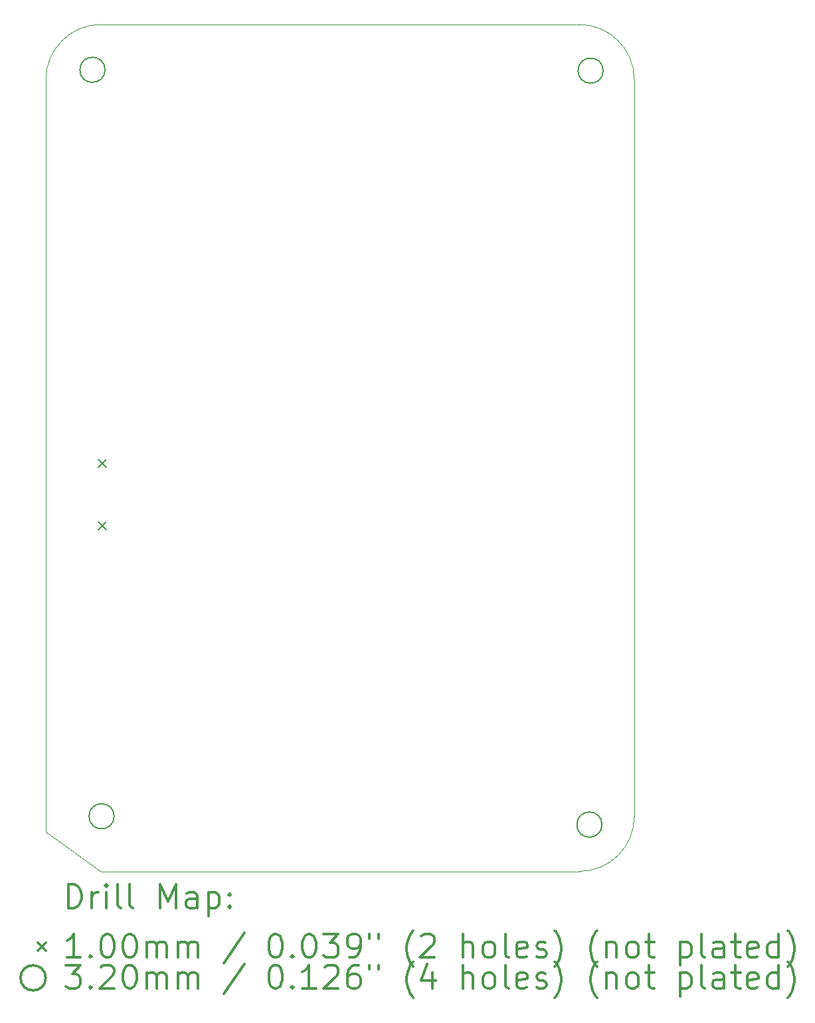
<source format=gbr>
%FSLAX45Y45*%
G04 Gerber Fmt 4.5, Leading zero omitted, Abs format (unit mm)*
G04 Created by KiCad (PCBNEW 5.1.6-c6e7f7d~86~ubuntu18.04.1) date 2020-08-09 14:30:50*
%MOMM*%
%LPD*%
G01*
G04 APERTURE LIST*
%TA.AperFunction,Profile*%
%ADD10C,0.050000*%
%TD*%
%ADD11C,0.200000*%
%ADD12C,0.300000*%
G04 APERTURE END LIST*
D10*
X1200000Y-2500000D02*
X1200000Y-2600000D01*
X8700000Y-2500000D02*
X8700000Y-11900000D01*
X1900000Y-1800000D02*
X8000000Y-1800000D01*
X8000000Y-1800000D02*
G75*
G02*
X8700000Y-2500000I0J-700000D01*
G01*
X1200000Y-2500000D02*
G75*
G02*
X1900000Y-1800000I700000J0D01*
G01*
X8700000Y-11900000D02*
G75*
G02*
X8000000Y-12600000I-700000J0D01*
G01*
X1900000Y-12600000D02*
X8000000Y-12600000D01*
X1200000Y-12100000D02*
X1900000Y-12600000D01*
X1200000Y-2600000D02*
X1200000Y-12100000D01*
D11*
X1866946Y-7345075D02*
X1966768Y-7444897D01*
X1966768Y-7345075D02*
X1866946Y-7444897D01*
X1866946Y-8144667D02*
X1966768Y-8244489D01*
X1966768Y-8144667D02*
X1866946Y-8244489D01*
X2070080Y-11897360D02*
G75*
G03*
X2070080Y-11897360I-160000J0D01*
G01*
X1953240Y-2377440D02*
G75*
G03*
X1953240Y-2377440I-160000J0D01*
G01*
X8303240Y-2387600D02*
G75*
G03*
X8303240Y-2387600I-160000J0D01*
G01*
X8288000Y-12004040D02*
G75*
G03*
X8288000Y-12004040I-160000J0D01*
G01*
D12*
X1483928Y-13068214D02*
X1483928Y-12768214D01*
X1555357Y-12768214D01*
X1598214Y-12782500D01*
X1626786Y-12811071D01*
X1641071Y-12839643D01*
X1655357Y-12896786D01*
X1655357Y-12939643D01*
X1641071Y-12996786D01*
X1626786Y-13025357D01*
X1598214Y-13053929D01*
X1555357Y-13068214D01*
X1483928Y-13068214D01*
X1783928Y-13068214D02*
X1783928Y-12868214D01*
X1783928Y-12925357D02*
X1798214Y-12896786D01*
X1812500Y-12882500D01*
X1841071Y-12868214D01*
X1869643Y-12868214D01*
X1969643Y-13068214D02*
X1969643Y-12868214D01*
X1969643Y-12768214D02*
X1955357Y-12782500D01*
X1969643Y-12796786D01*
X1983928Y-12782500D01*
X1969643Y-12768214D01*
X1969643Y-12796786D01*
X2155357Y-13068214D02*
X2126786Y-13053929D01*
X2112500Y-13025357D01*
X2112500Y-12768214D01*
X2312500Y-13068214D02*
X2283928Y-13053929D01*
X2269643Y-13025357D01*
X2269643Y-12768214D01*
X2655357Y-13068214D02*
X2655357Y-12768214D01*
X2755357Y-12982500D01*
X2855357Y-12768214D01*
X2855357Y-13068214D01*
X3126786Y-13068214D02*
X3126786Y-12911071D01*
X3112500Y-12882500D01*
X3083928Y-12868214D01*
X3026786Y-12868214D01*
X2998214Y-12882500D01*
X3126786Y-13053929D02*
X3098214Y-13068214D01*
X3026786Y-13068214D01*
X2998214Y-13053929D01*
X2983928Y-13025357D01*
X2983928Y-12996786D01*
X2998214Y-12968214D01*
X3026786Y-12953929D01*
X3098214Y-12953929D01*
X3126786Y-12939643D01*
X3269643Y-12868214D02*
X3269643Y-13168214D01*
X3269643Y-12882500D02*
X3298214Y-12868214D01*
X3355357Y-12868214D01*
X3383928Y-12882500D01*
X3398214Y-12896786D01*
X3412500Y-12925357D01*
X3412500Y-13011071D01*
X3398214Y-13039643D01*
X3383928Y-13053929D01*
X3355357Y-13068214D01*
X3298214Y-13068214D01*
X3269643Y-13053929D01*
X3541071Y-13039643D02*
X3555357Y-13053929D01*
X3541071Y-13068214D01*
X3526786Y-13053929D01*
X3541071Y-13039643D01*
X3541071Y-13068214D01*
X3541071Y-12882500D02*
X3555357Y-12896786D01*
X3541071Y-12911071D01*
X3526786Y-12896786D01*
X3541071Y-12882500D01*
X3541071Y-12911071D01*
X1097678Y-13512589D02*
X1197500Y-13612411D01*
X1197500Y-13512589D02*
X1097678Y-13612411D01*
X1641071Y-13698214D02*
X1469643Y-13698214D01*
X1555357Y-13698214D02*
X1555357Y-13398214D01*
X1526786Y-13441071D01*
X1498214Y-13469643D01*
X1469643Y-13483929D01*
X1769643Y-13669643D02*
X1783928Y-13683929D01*
X1769643Y-13698214D01*
X1755357Y-13683929D01*
X1769643Y-13669643D01*
X1769643Y-13698214D01*
X1969643Y-13398214D02*
X1998214Y-13398214D01*
X2026786Y-13412500D01*
X2041071Y-13426786D01*
X2055357Y-13455357D01*
X2069643Y-13512500D01*
X2069643Y-13583929D01*
X2055357Y-13641071D01*
X2041071Y-13669643D01*
X2026786Y-13683929D01*
X1998214Y-13698214D01*
X1969643Y-13698214D01*
X1941071Y-13683929D01*
X1926786Y-13669643D01*
X1912500Y-13641071D01*
X1898214Y-13583929D01*
X1898214Y-13512500D01*
X1912500Y-13455357D01*
X1926786Y-13426786D01*
X1941071Y-13412500D01*
X1969643Y-13398214D01*
X2255357Y-13398214D02*
X2283928Y-13398214D01*
X2312500Y-13412500D01*
X2326786Y-13426786D01*
X2341071Y-13455357D01*
X2355357Y-13512500D01*
X2355357Y-13583929D01*
X2341071Y-13641071D01*
X2326786Y-13669643D01*
X2312500Y-13683929D01*
X2283928Y-13698214D01*
X2255357Y-13698214D01*
X2226786Y-13683929D01*
X2212500Y-13669643D01*
X2198214Y-13641071D01*
X2183928Y-13583929D01*
X2183928Y-13512500D01*
X2198214Y-13455357D01*
X2212500Y-13426786D01*
X2226786Y-13412500D01*
X2255357Y-13398214D01*
X2483928Y-13698214D02*
X2483928Y-13498214D01*
X2483928Y-13526786D02*
X2498214Y-13512500D01*
X2526786Y-13498214D01*
X2569643Y-13498214D01*
X2598214Y-13512500D01*
X2612500Y-13541071D01*
X2612500Y-13698214D01*
X2612500Y-13541071D02*
X2626786Y-13512500D01*
X2655357Y-13498214D01*
X2698214Y-13498214D01*
X2726786Y-13512500D01*
X2741071Y-13541071D01*
X2741071Y-13698214D01*
X2883928Y-13698214D02*
X2883928Y-13498214D01*
X2883928Y-13526786D02*
X2898214Y-13512500D01*
X2926786Y-13498214D01*
X2969643Y-13498214D01*
X2998214Y-13512500D01*
X3012500Y-13541071D01*
X3012500Y-13698214D01*
X3012500Y-13541071D02*
X3026786Y-13512500D01*
X3055357Y-13498214D01*
X3098214Y-13498214D01*
X3126786Y-13512500D01*
X3141071Y-13541071D01*
X3141071Y-13698214D01*
X3726786Y-13383929D02*
X3469643Y-13769643D01*
X4112500Y-13398214D02*
X4141071Y-13398214D01*
X4169643Y-13412500D01*
X4183928Y-13426786D01*
X4198214Y-13455357D01*
X4212500Y-13512500D01*
X4212500Y-13583929D01*
X4198214Y-13641071D01*
X4183928Y-13669643D01*
X4169643Y-13683929D01*
X4141071Y-13698214D01*
X4112500Y-13698214D01*
X4083928Y-13683929D01*
X4069643Y-13669643D01*
X4055357Y-13641071D01*
X4041071Y-13583929D01*
X4041071Y-13512500D01*
X4055357Y-13455357D01*
X4069643Y-13426786D01*
X4083928Y-13412500D01*
X4112500Y-13398214D01*
X4341071Y-13669643D02*
X4355357Y-13683929D01*
X4341071Y-13698214D01*
X4326786Y-13683929D01*
X4341071Y-13669643D01*
X4341071Y-13698214D01*
X4541071Y-13398214D02*
X4569643Y-13398214D01*
X4598214Y-13412500D01*
X4612500Y-13426786D01*
X4626786Y-13455357D01*
X4641071Y-13512500D01*
X4641071Y-13583929D01*
X4626786Y-13641071D01*
X4612500Y-13669643D01*
X4598214Y-13683929D01*
X4569643Y-13698214D01*
X4541071Y-13698214D01*
X4512500Y-13683929D01*
X4498214Y-13669643D01*
X4483928Y-13641071D01*
X4469643Y-13583929D01*
X4469643Y-13512500D01*
X4483928Y-13455357D01*
X4498214Y-13426786D01*
X4512500Y-13412500D01*
X4541071Y-13398214D01*
X4741071Y-13398214D02*
X4926786Y-13398214D01*
X4826786Y-13512500D01*
X4869643Y-13512500D01*
X4898214Y-13526786D01*
X4912500Y-13541071D01*
X4926786Y-13569643D01*
X4926786Y-13641071D01*
X4912500Y-13669643D01*
X4898214Y-13683929D01*
X4869643Y-13698214D01*
X4783928Y-13698214D01*
X4755357Y-13683929D01*
X4741071Y-13669643D01*
X5069643Y-13698214D02*
X5126786Y-13698214D01*
X5155357Y-13683929D01*
X5169643Y-13669643D01*
X5198214Y-13626786D01*
X5212500Y-13569643D01*
X5212500Y-13455357D01*
X5198214Y-13426786D01*
X5183928Y-13412500D01*
X5155357Y-13398214D01*
X5098214Y-13398214D01*
X5069643Y-13412500D01*
X5055357Y-13426786D01*
X5041071Y-13455357D01*
X5041071Y-13526786D01*
X5055357Y-13555357D01*
X5069643Y-13569643D01*
X5098214Y-13583929D01*
X5155357Y-13583929D01*
X5183928Y-13569643D01*
X5198214Y-13555357D01*
X5212500Y-13526786D01*
X5326786Y-13398214D02*
X5326786Y-13455357D01*
X5441071Y-13398214D02*
X5441071Y-13455357D01*
X5883928Y-13812500D02*
X5869643Y-13798214D01*
X5841071Y-13755357D01*
X5826786Y-13726786D01*
X5812500Y-13683929D01*
X5798214Y-13612500D01*
X5798214Y-13555357D01*
X5812500Y-13483929D01*
X5826786Y-13441071D01*
X5841071Y-13412500D01*
X5869643Y-13369643D01*
X5883928Y-13355357D01*
X5983928Y-13426786D02*
X5998214Y-13412500D01*
X6026786Y-13398214D01*
X6098214Y-13398214D01*
X6126786Y-13412500D01*
X6141071Y-13426786D01*
X6155357Y-13455357D01*
X6155357Y-13483929D01*
X6141071Y-13526786D01*
X5969643Y-13698214D01*
X6155357Y-13698214D01*
X6512500Y-13698214D02*
X6512500Y-13398214D01*
X6641071Y-13698214D02*
X6641071Y-13541071D01*
X6626786Y-13512500D01*
X6598214Y-13498214D01*
X6555357Y-13498214D01*
X6526786Y-13512500D01*
X6512500Y-13526786D01*
X6826786Y-13698214D02*
X6798214Y-13683929D01*
X6783928Y-13669643D01*
X6769643Y-13641071D01*
X6769643Y-13555357D01*
X6783928Y-13526786D01*
X6798214Y-13512500D01*
X6826786Y-13498214D01*
X6869643Y-13498214D01*
X6898214Y-13512500D01*
X6912500Y-13526786D01*
X6926786Y-13555357D01*
X6926786Y-13641071D01*
X6912500Y-13669643D01*
X6898214Y-13683929D01*
X6869643Y-13698214D01*
X6826786Y-13698214D01*
X7098214Y-13698214D02*
X7069643Y-13683929D01*
X7055357Y-13655357D01*
X7055357Y-13398214D01*
X7326786Y-13683929D02*
X7298214Y-13698214D01*
X7241071Y-13698214D01*
X7212500Y-13683929D01*
X7198214Y-13655357D01*
X7198214Y-13541071D01*
X7212500Y-13512500D01*
X7241071Y-13498214D01*
X7298214Y-13498214D01*
X7326786Y-13512500D01*
X7341071Y-13541071D01*
X7341071Y-13569643D01*
X7198214Y-13598214D01*
X7455357Y-13683929D02*
X7483928Y-13698214D01*
X7541071Y-13698214D01*
X7569643Y-13683929D01*
X7583928Y-13655357D01*
X7583928Y-13641071D01*
X7569643Y-13612500D01*
X7541071Y-13598214D01*
X7498214Y-13598214D01*
X7469643Y-13583929D01*
X7455357Y-13555357D01*
X7455357Y-13541071D01*
X7469643Y-13512500D01*
X7498214Y-13498214D01*
X7541071Y-13498214D01*
X7569643Y-13512500D01*
X7683928Y-13812500D02*
X7698214Y-13798214D01*
X7726786Y-13755357D01*
X7741071Y-13726786D01*
X7755357Y-13683929D01*
X7769643Y-13612500D01*
X7769643Y-13555357D01*
X7755357Y-13483929D01*
X7741071Y-13441071D01*
X7726786Y-13412500D01*
X7698214Y-13369643D01*
X7683928Y-13355357D01*
X8226786Y-13812500D02*
X8212500Y-13798214D01*
X8183928Y-13755357D01*
X8169643Y-13726786D01*
X8155357Y-13683929D01*
X8141071Y-13612500D01*
X8141071Y-13555357D01*
X8155357Y-13483929D01*
X8169643Y-13441071D01*
X8183928Y-13412500D01*
X8212500Y-13369643D01*
X8226786Y-13355357D01*
X8341071Y-13498214D02*
X8341071Y-13698214D01*
X8341071Y-13526786D02*
X8355357Y-13512500D01*
X8383928Y-13498214D01*
X8426786Y-13498214D01*
X8455357Y-13512500D01*
X8469643Y-13541071D01*
X8469643Y-13698214D01*
X8655357Y-13698214D02*
X8626786Y-13683929D01*
X8612500Y-13669643D01*
X8598214Y-13641071D01*
X8598214Y-13555357D01*
X8612500Y-13526786D01*
X8626786Y-13512500D01*
X8655357Y-13498214D01*
X8698214Y-13498214D01*
X8726786Y-13512500D01*
X8741071Y-13526786D01*
X8755357Y-13555357D01*
X8755357Y-13641071D01*
X8741071Y-13669643D01*
X8726786Y-13683929D01*
X8698214Y-13698214D01*
X8655357Y-13698214D01*
X8841071Y-13498214D02*
X8955357Y-13498214D01*
X8883928Y-13398214D02*
X8883928Y-13655357D01*
X8898214Y-13683929D01*
X8926786Y-13698214D01*
X8955357Y-13698214D01*
X9283928Y-13498214D02*
X9283928Y-13798214D01*
X9283928Y-13512500D02*
X9312500Y-13498214D01*
X9369643Y-13498214D01*
X9398214Y-13512500D01*
X9412500Y-13526786D01*
X9426786Y-13555357D01*
X9426786Y-13641071D01*
X9412500Y-13669643D01*
X9398214Y-13683929D01*
X9369643Y-13698214D01*
X9312500Y-13698214D01*
X9283928Y-13683929D01*
X9598214Y-13698214D02*
X9569643Y-13683929D01*
X9555357Y-13655357D01*
X9555357Y-13398214D01*
X9841071Y-13698214D02*
X9841071Y-13541071D01*
X9826786Y-13512500D01*
X9798214Y-13498214D01*
X9741071Y-13498214D01*
X9712500Y-13512500D01*
X9841071Y-13683929D02*
X9812500Y-13698214D01*
X9741071Y-13698214D01*
X9712500Y-13683929D01*
X9698214Y-13655357D01*
X9698214Y-13626786D01*
X9712500Y-13598214D01*
X9741071Y-13583929D01*
X9812500Y-13583929D01*
X9841071Y-13569643D01*
X9941071Y-13498214D02*
X10055357Y-13498214D01*
X9983928Y-13398214D02*
X9983928Y-13655357D01*
X9998214Y-13683929D01*
X10026786Y-13698214D01*
X10055357Y-13698214D01*
X10269643Y-13683929D02*
X10241071Y-13698214D01*
X10183928Y-13698214D01*
X10155357Y-13683929D01*
X10141071Y-13655357D01*
X10141071Y-13541071D01*
X10155357Y-13512500D01*
X10183928Y-13498214D01*
X10241071Y-13498214D01*
X10269643Y-13512500D01*
X10283928Y-13541071D01*
X10283928Y-13569643D01*
X10141071Y-13598214D01*
X10541071Y-13698214D02*
X10541071Y-13398214D01*
X10541071Y-13683929D02*
X10512500Y-13698214D01*
X10455357Y-13698214D01*
X10426786Y-13683929D01*
X10412500Y-13669643D01*
X10398214Y-13641071D01*
X10398214Y-13555357D01*
X10412500Y-13526786D01*
X10426786Y-13512500D01*
X10455357Y-13498214D01*
X10512500Y-13498214D01*
X10541071Y-13512500D01*
X10655357Y-13812500D02*
X10669643Y-13798214D01*
X10698214Y-13755357D01*
X10712500Y-13726786D01*
X10726786Y-13683929D01*
X10741071Y-13612500D01*
X10741071Y-13555357D01*
X10726786Y-13483929D01*
X10712500Y-13441071D01*
X10698214Y-13412500D01*
X10669643Y-13369643D01*
X10655357Y-13355357D01*
X1197500Y-13958500D02*
G75*
G03*
X1197500Y-13958500I-160000J0D01*
G01*
X1455357Y-13794214D02*
X1641071Y-13794214D01*
X1541071Y-13908500D01*
X1583928Y-13908500D01*
X1612500Y-13922786D01*
X1626786Y-13937071D01*
X1641071Y-13965643D01*
X1641071Y-14037071D01*
X1626786Y-14065643D01*
X1612500Y-14079929D01*
X1583928Y-14094214D01*
X1498214Y-14094214D01*
X1469643Y-14079929D01*
X1455357Y-14065643D01*
X1769643Y-14065643D02*
X1783928Y-14079929D01*
X1769643Y-14094214D01*
X1755357Y-14079929D01*
X1769643Y-14065643D01*
X1769643Y-14094214D01*
X1898214Y-13822786D02*
X1912500Y-13808500D01*
X1941071Y-13794214D01*
X2012500Y-13794214D01*
X2041071Y-13808500D01*
X2055357Y-13822786D01*
X2069643Y-13851357D01*
X2069643Y-13879929D01*
X2055357Y-13922786D01*
X1883928Y-14094214D01*
X2069643Y-14094214D01*
X2255357Y-13794214D02*
X2283928Y-13794214D01*
X2312500Y-13808500D01*
X2326786Y-13822786D01*
X2341071Y-13851357D01*
X2355357Y-13908500D01*
X2355357Y-13979929D01*
X2341071Y-14037071D01*
X2326786Y-14065643D01*
X2312500Y-14079929D01*
X2283928Y-14094214D01*
X2255357Y-14094214D01*
X2226786Y-14079929D01*
X2212500Y-14065643D01*
X2198214Y-14037071D01*
X2183928Y-13979929D01*
X2183928Y-13908500D01*
X2198214Y-13851357D01*
X2212500Y-13822786D01*
X2226786Y-13808500D01*
X2255357Y-13794214D01*
X2483928Y-14094214D02*
X2483928Y-13894214D01*
X2483928Y-13922786D02*
X2498214Y-13908500D01*
X2526786Y-13894214D01*
X2569643Y-13894214D01*
X2598214Y-13908500D01*
X2612500Y-13937071D01*
X2612500Y-14094214D01*
X2612500Y-13937071D02*
X2626786Y-13908500D01*
X2655357Y-13894214D01*
X2698214Y-13894214D01*
X2726786Y-13908500D01*
X2741071Y-13937071D01*
X2741071Y-14094214D01*
X2883928Y-14094214D02*
X2883928Y-13894214D01*
X2883928Y-13922786D02*
X2898214Y-13908500D01*
X2926786Y-13894214D01*
X2969643Y-13894214D01*
X2998214Y-13908500D01*
X3012500Y-13937071D01*
X3012500Y-14094214D01*
X3012500Y-13937071D02*
X3026786Y-13908500D01*
X3055357Y-13894214D01*
X3098214Y-13894214D01*
X3126786Y-13908500D01*
X3141071Y-13937071D01*
X3141071Y-14094214D01*
X3726786Y-13779929D02*
X3469643Y-14165643D01*
X4112500Y-13794214D02*
X4141071Y-13794214D01*
X4169643Y-13808500D01*
X4183928Y-13822786D01*
X4198214Y-13851357D01*
X4212500Y-13908500D01*
X4212500Y-13979929D01*
X4198214Y-14037071D01*
X4183928Y-14065643D01*
X4169643Y-14079929D01*
X4141071Y-14094214D01*
X4112500Y-14094214D01*
X4083928Y-14079929D01*
X4069643Y-14065643D01*
X4055357Y-14037071D01*
X4041071Y-13979929D01*
X4041071Y-13908500D01*
X4055357Y-13851357D01*
X4069643Y-13822786D01*
X4083928Y-13808500D01*
X4112500Y-13794214D01*
X4341071Y-14065643D02*
X4355357Y-14079929D01*
X4341071Y-14094214D01*
X4326786Y-14079929D01*
X4341071Y-14065643D01*
X4341071Y-14094214D01*
X4641071Y-14094214D02*
X4469643Y-14094214D01*
X4555357Y-14094214D02*
X4555357Y-13794214D01*
X4526786Y-13837071D01*
X4498214Y-13865643D01*
X4469643Y-13879929D01*
X4755357Y-13822786D02*
X4769643Y-13808500D01*
X4798214Y-13794214D01*
X4869643Y-13794214D01*
X4898214Y-13808500D01*
X4912500Y-13822786D01*
X4926786Y-13851357D01*
X4926786Y-13879929D01*
X4912500Y-13922786D01*
X4741071Y-14094214D01*
X4926786Y-14094214D01*
X5183928Y-13794214D02*
X5126786Y-13794214D01*
X5098214Y-13808500D01*
X5083928Y-13822786D01*
X5055357Y-13865643D01*
X5041071Y-13922786D01*
X5041071Y-14037071D01*
X5055357Y-14065643D01*
X5069643Y-14079929D01*
X5098214Y-14094214D01*
X5155357Y-14094214D01*
X5183928Y-14079929D01*
X5198214Y-14065643D01*
X5212500Y-14037071D01*
X5212500Y-13965643D01*
X5198214Y-13937071D01*
X5183928Y-13922786D01*
X5155357Y-13908500D01*
X5098214Y-13908500D01*
X5069643Y-13922786D01*
X5055357Y-13937071D01*
X5041071Y-13965643D01*
X5326786Y-13794214D02*
X5326786Y-13851357D01*
X5441071Y-13794214D02*
X5441071Y-13851357D01*
X5883928Y-14208500D02*
X5869643Y-14194214D01*
X5841071Y-14151357D01*
X5826786Y-14122786D01*
X5812500Y-14079929D01*
X5798214Y-14008500D01*
X5798214Y-13951357D01*
X5812500Y-13879929D01*
X5826786Y-13837071D01*
X5841071Y-13808500D01*
X5869643Y-13765643D01*
X5883928Y-13751357D01*
X6126786Y-13894214D02*
X6126786Y-14094214D01*
X6055357Y-13779929D02*
X5983928Y-13994214D01*
X6169643Y-13994214D01*
X6512500Y-14094214D02*
X6512500Y-13794214D01*
X6641071Y-14094214D02*
X6641071Y-13937071D01*
X6626786Y-13908500D01*
X6598214Y-13894214D01*
X6555357Y-13894214D01*
X6526786Y-13908500D01*
X6512500Y-13922786D01*
X6826786Y-14094214D02*
X6798214Y-14079929D01*
X6783928Y-14065643D01*
X6769643Y-14037071D01*
X6769643Y-13951357D01*
X6783928Y-13922786D01*
X6798214Y-13908500D01*
X6826786Y-13894214D01*
X6869643Y-13894214D01*
X6898214Y-13908500D01*
X6912500Y-13922786D01*
X6926786Y-13951357D01*
X6926786Y-14037071D01*
X6912500Y-14065643D01*
X6898214Y-14079929D01*
X6869643Y-14094214D01*
X6826786Y-14094214D01*
X7098214Y-14094214D02*
X7069643Y-14079929D01*
X7055357Y-14051357D01*
X7055357Y-13794214D01*
X7326786Y-14079929D02*
X7298214Y-14094214D01*
X7241071Y-14094214D01*
X7212500Y-14079929D01*
X7198214Y-14051357D01*
X7198214Y-13937071D01*
X7212500Y-13908500D01*
X7241071Y-13894214D01*
X7298214Y-13894214D01*
X7326786Y-13908500D01*
X7341071Y-13937071D01*
X7341071Y-13965643D01*
X7198214Y-13994214D01*
X7455357Y-14079929D02*
X7483928Y-14094214D01*
X7541071Y-14094214D01*
X7569643Y-14079929D01*
X7583928Y-14051357D01*
X7583928Y-14037071D01*
X7569643Y-14008500D01*
X7541071Y-13994214D01*
X7498214Y-13994214D01*
X7469643Y-13979929D01*
X7455357Y-13951357D01*
X7455357Y-13937071D01*
X7469643Y-13908500D01*
X7498214Y-13894214D01*
X7541071Y-13894214D01*
X7569643Y-13908500D01*
X7683928Y-14208500D02*
X7698214Y-14194214D01*
X7726786Y-14151357D01*
X7741071Y-14122786D01*
X7755357Y-14079929D01*
X7769643Y-14008500D01*
X7769643Y-13951357D01*
X7755357Y-13879929D01*
X7741071Y-13837071D01*
X7726786Y-13808500D01*
X7698214Y-13765643D01*
X7683928Y-13751357D01*
X8226786Y-14208500D02*
X8212500Y-14194214D01*
X8183928Y-14151357D01*
X8169643Y-14122786D01*
X8155357Y-14079929D01*
X8141071Y-14008500D01*
X8141071Y-13951357D01*
X8155357Y-13879929D01*
X8169643Y-13837071D01*
X8183928Y-13808500D01*
X8212500Y-13765643D01*
X8226786Y-13751357D01*
X8341071Y-13894214D02*
X8341071Y-14094214D01*
X8341071Y-13922786D02*
X8355357Y-13908500D01*
X8383928Y-13894214D01*
X8426786Y-13894214D01*
X8455357Y-13908500D01*
X8469643Y-13937071D01*
X8469643Y-14094214D01*
X8655357Y-14094214D02*
X8626786Y-14079929D01*
X8612500Y-14065643D01*
X8598214Y-14037071D01*
X8598214Y-13951357D01*
X8612500Y-13922786D01*
X8626786Y-13908500D01*
X8655357Y-13894214D01*
X8698214Y-13894214D01*
X8726786Y-13908500D01*
X8741071Y-13922786D01*
X8755357Y-13951357D01*
X8755357Y-14037071D01*
X8741071Y-14065643D01*
X8726786Y-14079929D01*
X8698214Y-14094214D01*
X8655357Y-14094214D01*
X8841071Y-13894214D02*
X8955357Y-13894214D01*
X8883928Y-13794214D02*
X8883928Y-14051357D01*
X8898214Y-14079929D01*
X8926786Y-14094214D01*
X8955357Y-14094214D01*
X9283928Y-13894214D02*
X9283928Y-14194214D01*
X9283928Y-13908500D02*
X9312500Y-13894214D01*
X9369643Y-13894214D01*
X9398214Y-13908500D01*
X9412500Y-13922786D01*
X9426786Y-13951357D01*
X9426786Y-14037071D01*
X9412500Y-14065643D01*
X9398214Y-14079929D01*
X9369643Y-14094214D01*
X9312500Y-14094214D01*
X9283928Y-14079929D01*
X9598214Y-14094214D02*
X9569643Y-14079929D01*
X9555357Y-14051357D01*
X9555357Y-13794214D01*
X9841071Y-14094214D02*
X9841071Y-13937071D01*
X9826786Y-13908500D01*
X9798214Y-13894214D01*
X9741071Y-13894214D01*
X9712500Y-13908500D01*
X9841071Y-14079929D02*
X9812500Y-14094214D01*
X9741071Y-14094214D01*
X9712500Y-14079929D01*
X9698214Y-14051357D01*
X9698214Y-14022786D01*
X9712500Y-13994214D01*
X9741071Y-13979929D01*
X9812500Y-13979929D01*
X9841071Y-13965643D01*
X9941071Y-13894214D02*
X10055357Y-13894214D01*
X9983928Y-13794214D02*
X9983928Y-14051357D01*
X9998214Y-14079929D01*
X10026786Y-14094214D01*
X10055357Y-14094214D01*
X10269643Y-14079929D02*
X10241071Y-14094214D01*
X10183928Y-14094214D01*
X10155357Y-14079929D01*
X10141071Y-14051357D01*
X10141071Y-13937071D01*
X10155357Y-13908500D01*
X10183928Y-13894214D01*
X10241071Y-13894214D01*
X10269643Y-13908500D01*
X10283928Y-13937071D01*
X10283928Y-13965643D01*
X10141071Y-13994214D01*
X10541071Y-14094214D02*
X10541071Y-13794214D01*
X10541071Y-14079929D02*
X10512500Y-14094214D01*
X10455357Y-14094214D01*
X10426786Y-14079929D01*
X10412500Y-14065643D01*
X10398214Y-14037071D01*
X10398214Y-13951357D01*
X10412500Y-13922786D01*
X10426786Y-13908500D01*
X10455357Y-13894214D01*
X10512500Y-13894214D01*
X10541071Y-13908500D01*
X10655357Y-14208500D02*
X10669643Y-14194214D01*
X10698214Y-14151357D01*
X10712500Y-14122786D01*
X10726786Y-14079929D01*
X10741071Y-14008500D01*
X10741071Y-13951357D01*
X10726786Y-13879929D01*
X10712500Y-13837071D01*
X10698214Y-13808500D01*
X10669643Y-13765643D01*
X10655357Y-13751357D01*
M02*

</source>
